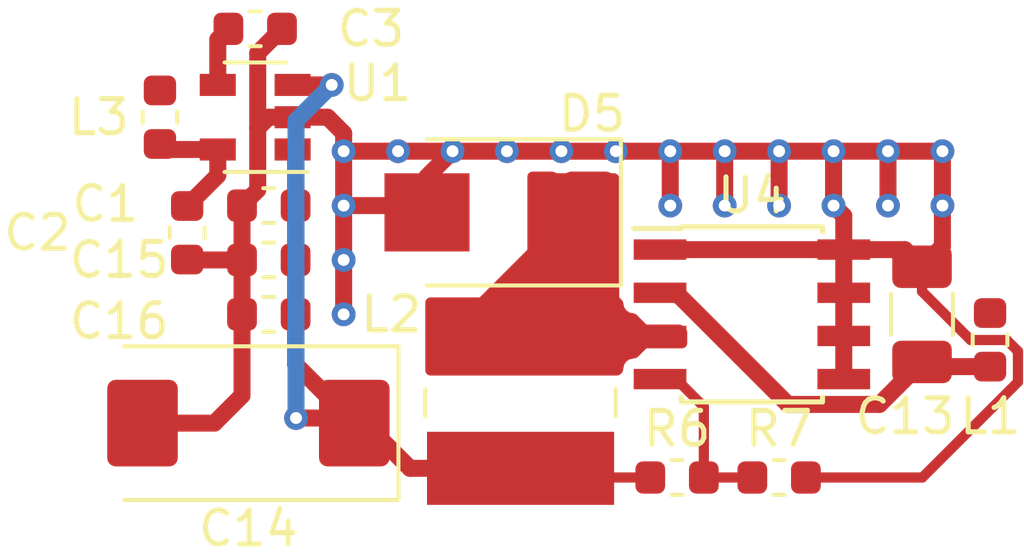
<source format=kicad_pcb>
(kicad_pcb (version 20171130) (host pcbnew 5.0.0+dfsg1-2~bpo9+1)

  (general
    (thickness 1.6)
    (drawings 0)
    (tracks 124)
    (zones 0)
    (modules 15)
    (nets 8)
  )

  (page A4)
  (layers
    (0 F.Cu signal)
    (31 B.Cu signal)
    (32 B.Adhes user)
    (33 F.Adhes user)
    (34 B.Paste user)
    (35 F.Paste user)
    (36 B.SilkS user)
    (37 F.SilkS user)
    (38 B.Mask user)
    (39 F.Mask user)
    (40 Dwgs.User user)
    (41 Cmts.User user)
    (42 Eco1.User user)
    (43 Eco2.User user)
    (44 Edge.Cuts user)
    (45 Margin user)
    (46 B.CrtYd user)
    (47 F.CrtYd user)
    (48 B.Fab user hide)
    (49 F.Fab user hide)
  )

  (setup
    (last_trace_width 0.5)
    (user_trace_width 0.3)
    (user_trace_width 0.5)
    (trace_clearance 0.195)
    (zone_clearance 0.3)
    (zone_45_only yes)
    (trace_min 0.2)
    (segment_width 0.2)
    (edge_width 0.1)
    (via_size 0.7)
    (via_drill 0.35)
    (via_min_size 0.4)
    (via_min_drill 0.3)
    (uvia_size 0.3)
    (uvia_drill 0.1)
    (uvias_allowed no)
    (uvia_min_size 0.2)
    (uvia_min_drill 0.1)
    (pcb_text_width 0.3)
    (pcb_text_size 1.5 1.5)
    (mod_edge_width 0.15)
    (mod_text_size 1 1)
    (mod_text_width 0.15)
    (pad_size 0.7 0.7)
    (pad_drill 0.35)
    (pad_to_mask_clearance 0)
    (aux_axis_origin 0 0)
    (visible_elements FFFFFF7F)
    (pcbplotparams
      (layerselection 0x00030_80000001)
      (usegerberextensions false)
      (usegerberattributes false)
      (usegerberadvancedattributes false)
      (creategerberjobfile false)
      (excludeedgelayer true)
      (linewidth 0.100000)
      (plotframeref false)
      (viasonmask false)
      (mode 1)
      (useauxorigin false)
      (hpglpennumber 1)
      (hpglpenspeed 20)
      (hpglpendiameter 15.000000)
      (psnegative false)
      (psa4output false)
      (plotreference true)
      (plotvalue true)
      (plotinvisibletext false)
      (padsonsilk false)
      (subtractmaskfromsilk false)
      (outputformat 1)
      (mirror false)
      (drillshape 1)
      (scaleselection 1)
      (outputdirectory ""))
  )

  (net 0 "")
  (net 1 /VIN_PROTECTED)
  (net 2 GND)
  (net 3 /5V_UNPROTECTED)
  (net 4 /SW)
  (net 5 /FB)
  (net 6 /5V5_UNPROTECTED)
  (net 7 "Net-(C3-Pad1)")

  (net_class Default "This is the default net class."
    (clearance 0.195)
    (trace_width 0.3)
    (via_dia 0.7)
    (via_drill 0.35)
    (uvia_dia 0.3)
    (uvia_drill 0.1)
    (add_net /5V5_UNPROTECTED)
    (add_net /FB)
    (add_net "Net-(C3-Pad1)")
  )

  (net_class Power ""
    (clearance 0.195)
    (trace_width 0.5)
    (via_dia 0.7)
    (via_drill 0.35)
    (uvia_dia 0.3)
    (uvia_drill 0.1)
    (add_net /5V_UNPROTECTED)
    (add_net /SW)
    (add_net /VIN_PROTECTED)
    (add_net GND)
  )

  (module Capacitor_SMD:C_1206_3216Metric (layer F.Cu) (tedit 5B301BBE) (tstamp 5BB352E3)
    (at 153 100 90)
    (descr "Capacitor SMD 1206 (3216 Metric), square (rectangular) end terminal, IPC_7351 nominal, (Body size source: http://www.tortai-tech.com/upload/download/2011102023233369053.pdf), generated with kicad-footprint-generator")
    (tags capacitor)
    (path /5BA11196)
    (attr smd)
    (fp_text reference C13 (at -3 -0.5 180) (layer F.SilkS)
      (effects (font (size 1 1) (thickness 0.15)))
    )
    (fp_text value "22uF, 35V" (at 0 1.82 90) (layer F.Fab)
      (effects (font (size 1 1) (thickness 0.15)))
    )
    (fp_line (start -1.6 0.8) (end -1.6 -0.8) (layer F.Fab) (width 0.1))
    (fp_line (start -1.6 -0.8) (end 1.6 -0.8) (layer F.Fab) (width 0.1))
    (fp_line (start 1.6 -0.8) (end 1.6 0.8) (layer F.Fab) (width 0.1))
    (fp_line (start 1.6 0.8) (end -1.6 0.8) (layer F.Fab) (width 0.1))
    (fp_line (start -0.602064 -0.91) (end 0.602064 -0.91) (layer F.SilkS) (width 0.12))
    (fp_line (start -0.602064 0.91) (end 0.602064 0.91) (layer F.SilkS) (width 0.12))
    (fp_line (start -2.28 1.12) (end -2.28 -1.12) (layer F.CrtYd) (width 0.05))
    (fp_line (start -2.28 -1.12) (end 2.28 -1.12) (layer F.CrtYd) (width 0.05))
    (fp_line (start 2.28 -1.12) (end 2.28 1.12) (layer F.CrtYd) (width 0.05))
    (fp_line (start 2.28 1.12) (end -2.28 1.12) (layer F.CrtYd) (width 0.05))
    (fp_text user %R (at 0 0 90) (layer F.Fab)
      (effects (font (size 0.8 0.8) (thickness 0.12)))
    )
    (pad 1 smd roundrect (at -1.4 0 90) (size 1.25 1.75) (layers F.Cu F.Paste F.Mask) (roundrect_rratio 0.2)
      (net 1 /VIN_PROTECTED))
    (pad 2 smd roundrect (at 1.4 0 90) (size 1.25 1.75) (layers F.Cu F.Paste F.Mask) (roundrect_rratio 0.2)
      (net 2 GND))
    (model ${KISYS3DMOD}/Capacitor_SMD.3dshapes/C_1206_3216Metric.wrl
      (at (xyz 0 0 0))
      (scale (xyz 1 1 1))
      (rotate (xyz 0 0 0))
    )
  )

  (module Capacitor_Tantalum_SMD:CP_EIA-7343-31_Kemet-D (layer F.Cu) (tedit 5B301BBE) (tstamp 5BB352F3)
    (at 133.2 103.2 180)
    (descr "Tantalum Capacitor SMD Kemet-D (7343-31 Metric), IPC_7351 nominal, (Body size from: http://www.kemet.com/Lists/ProductCatalog/Attachments/253/KEM_TC101_STD.pdf), generated with kicad-footprint-generator")
    (tags "capacitor tantalum")
    (path /5BA110CE)
    (attr smd)
    (fp_text reference C14 (at 0 -3.1 180) (layer F.SilkS)
      (effects (font (size 1 1) (thickness 0.15)))
    )
    (fp_text value "470u, 6.3V" (at 0 3.1 180) (layer F.Fab)
      (effects (font (size 1 1) (thickness 0.15)))
    )
    (fp_line (start 3.65 -2.15) (end -2.65 -2.15) (layer F.Fab) (width 0.1))
    (fp_line (start -2.65 -2.15) (end -3.65 -1.15) (layer F.Fab) (width 0.1))
    (fp_line (start -3.65 -1.15) (end -3.65 2.15) (layer F.Fab) (width 0.1))
    (fp_line (start -3.65 2.15) (end 3.65 2.15) (layer F.Fab) (width 0.1))
    (fp_line (start 3.65 2.15) (end 3.65 -2.15) (layer F.Fab) (width 0.1))
    (fp_line (start 3.65 -2.26) (end -4.41 -2.26) (layer F.SilkS) (width 0.12))
    (fp_line (start -4.41 -2.26) (end -4.41 2.26) (layer F.SilkS) (width 0.12))
    (fp_line (start -4.41 2.26) (end 3.65 2.26) (layer F.SilkS) (width 0.12))
    (fp_line (start -4.4 2.4) (end -4.4 -2.4) (layer F.CrtYd) (width 0.05))
    (fp_line (start -4.4 -2.4) (end 4.4 -2.4) (layer F.CrtYd) (width 0.05))
    (fp_line (start 4.4 -2.4) (end 4.4 2.4) (layer F.CrtYd) (width 0.05))
    (fp_line (start 4.4 2.4) (end -4.4 2.4) (layer F.CrtYd) (width 0.05))
    (fp_text user %R (at 0 0 180) (layer F.Fab)
      (effects (font (size 1 1) (thickness 0.15)))
    )
    (pad 1 smd roundrect (at -3.1125 0 180) (size 2.075 2.55) (layers F.Cu F.Paste F.Mask) (roundrect_rratio 0.120482)
      (net 6 /5V5_UNPROTECTED))
    (pad 2 smd roundrect (at 3.1125 0 180) (size 2.075 2.55) (layers F.Cu F.Paste F.Mask) (roundrect_rratio 0.120482)
      (net 2 GND))
    (model ${KISYS3DMOD}/Capacitor_Tantalum_SMD.3dshapes/CP_EIA-7343-31_Kemet-D.wrl
      (at (xyz 0 0 0))
      (scale (xyz 1 1 1))
      (rotate (xyz 0 0 0))
    )
  )

  (module Capacitor_SMD:C_0603_1608Metric (layer F.Cu) (tedit 5B301BBE) (tstamp 5BB3782F)
    (at 133.8 98.4 180)
    (descr "Capacitor SMD 0603 (1608 Metric), square (rectangular) end terminal, IPC_7351 nominal, (Body size source: http://www.tortai-tech.com/upload/download/2011102023233369053.pdf), generated with kicad-footprint-generator")
    (tags capacitor)
    (path /5BA11119)
    (attr smd)
    (fp_text reference C15 (at 4.4 0 180) (layer F.SilkS)
      (effects (font (size 1 1) (thickness 0.15)))
    )
    (fp_text value "4u7, 6.3V" (at 0 1.43 180) (layer F.Fab)
      (effects (font (size 1 1) (thickness 0.15)))
    )
    (fp_line (start -0.8 0.4) (end -0.8 -0.4) (layer F.Fab) (width 0.1))
    (fp_line (start -0.8 -0.4) (end 0.8 -0.4) (layer F.Fab) (width 0.1))
    (fp_line (start 0.8 -0.4) (end 0.8 0.4) (layer F.Fab) (width 0.1))
    (fp_line (start 0.8 0.4) (end -0.8 0.4) (layer F.Fab) (width 0.1))
    (fp_line (start -0.162779 -0.51) (end 0.162779 -0.51) (layer F.SilkS) (width 0.12))
    (fp_line (start -0.162779 0.51) (end 0.162779 0.51) (layer F.SilkS) (width 0.12))
    (fp_line (start -1.48 0.73) (end -1.48 -0.73) (layer F.CrtYd) (width 0.05))
    (fp_line (start -1.48 -0.73) (end 1.48 -0.73) (layer F.CrtYd) (width 0.05))
    (fp_line (start 1.48 -0.73) (end 1.48 0.73) (layer F.CrtYd) (width 0.05))
    (fp_line (start 1.48 0.73) (end -1.48 0.73) (layer F.CrtYd) (width 0.05))
    (fp_text user %R (at 0 0 180) (layer F.Fab)
      (effects (font (size 0.4 0.4) (thickness 0.06)))
    )
    (pad 1 smd roundrect (at -0.7875 0 180) (size 0.875 0.95) (layers F.Cu F.Paste F.Mask) (roundrect_rratio 0.25)
      (net 6 /5V5_UNPROTECTED))
    (pad 2 smd roundrect (at 0.7875 0 180) (size 0.875 0.95) (layers F.Cu F.Paste F.Mask) (roundrect_rratio 0.25)
      (net 2 GND))
    (model ${KISYS3DMOD}/Capacitor_SMD.3dshapes/C_0603_1608Metric.wrl
      (at (xyz 0 0 0))
      (scale (xyz 1 1 1))
      (rotate (xyz 0 0 0))
    )
  )

  (module Capacitor_SMD:C_0603_1608Metric (layer F.Cu) (tedit 5B301BBE) (tstamp 5BB35315)
    (at 133.8 100 180)
    (descr "Capacitor SMD 0603 (1608 Metric), square (rectangular) end terminal, IPC_7351 nominal, (Body size source: http://www.tortai-tech.com/upload/download/2011102023233369053.pdf), generated with kicad-footprint-generator")
    (tags capacitor)
    (path /5BA11162)
    (attr smd)
    (fp_text reference C16 (at 4.4 -0.2 180) (layer F.SilkS)
      (effects (font (size 1 1) (thickness 0.15)))
    )
    (fp_text value 100n (at 0 1.43 180) (layer F.Fab)
      (effects (font (size 1 1) (thickness 0.15)))
    )
    (fp_text user %R (at 0 0 180) (layer F.Fab)
      (effects (font (size 0.4 0.4) (thickness 0.06)))
    )
    (fp_line (start 1.48 0.73) (end -1.48 0.73) (layer F.CrtYd) (width 0.05))
    (fp_line (start 1.48 -0.73) (end 1.48 0.73) (layer F.CrtYd) (width 0.05))
    (fp_line (start -1.48 -0.73) (end 1.48 -0.73) (layer F.CrtYd) (width 0.05))
    (fp_line (start -1.48 0.73) (end -1.48 -0.73) (layer F.CrtYd) (width 0.05))
    (fp_line (start -0.162779 0.51) (end 0.162779 0.51) (layer F.SilkS) (width 0.12))
    (fp_line (start -0.162779 -0.51) (end 0.162779 -0.51) (layer F.SilkS) (width 0.12))
    (fp_line (start 0.8 0.4) (end -0.8 0.4) (layer F.Fab) (width 0.1))
    (fp_line (start 0.8 -0.4) (end 0.8 0.4) (layer F.Fab) (width 0.1))
    (fp_line (start -0.8 -0.4) (end 0.8 -0.4) (layer F.Fab) (width 0.1))
    (fp_line (start -0.8 0.4) (end -0.8 -0.4) (layer F.Fab) (width 0.1))
    (pad 2 smd roundrect (at 0.7875 0 180) (size 0.875 0.95) (layers F.Cu F.Paste F.Mask) (roundrect_rratio 0.25)
      (net 2 GND))
    (pad 1 smd roundrect (at -0.7875 0 180) (size 0.875 0.95) (layers F.Cu F.Paste F.Mask) (roundrect_rratio 0.25)
      (net 6 /5V5_UNPROTECTED))
    (model ${KISYS3DMOD}/Capacitor_SMD.3dshapes/C_0603_1608Metric.wrl
      (at (xyz 0 0 0))
      (scale (xyz 1 1 1))
      (rotate (xyz 0 0 0))
    )
  )

  (module Diode_SMD:D_SMB (layer F.Cu) (tedit 58645DF3) (tstamp 5BB35325)
    (at 140.6 97 180)
    (descr "Diode SMB (DO-214AA)")
    (tags "Diode SMB (DO-214AA)")
    (path /5BA10E06)
    (attr smd)
    (fp_text reference D5 (at -2.7 2.9 180) (layer F.SilkS)
      (effects (font (size 1 1) (thickness 0.15)))
    )
    (fp_text value "B260, 60V, 2A" (at 0 3.1 180) (layer F.Fab)
      (effects (font (size 1 1) (thickness 0.15)))
    )
    (fp_text user %R (at 0 -3 180) (layer F.Fab)
      (effects (font (size 1 1) (thickness 0.15)))
    )
    (fp_line (start -3.55 -2.15) (end -3.55 2.15) (layer F.SilkS) (width 0.12))
    (fp_line (start 2.3 2) (end -2.3 2) (layer F.Fab) (width 0.1))
    (fp_line (start -2.3 2) (end -2.3 -2) (layer F.Fab) (width 0.1))
    (fp_line (start 2.3 -2) (end 2.3 2) (layer F.Fab) (width 0.1))
    (fp_line (start 2.3 -2) (end -2.3 -2) (layer F.Fab) (width 0.1))
    (fp_line (start -3.65 -2.25) (end 3.65 -2.25) (layer F.CrtYd) (width 0.05))
    (fp_line (start 3.65 -2.25) (end 3.65 2.25) (layer F.CrtYd) (width 0.05))
    (fp_line (start 3.65 2.25) (end -3.65 2.25) (layer F.CrtYd) (width 0.05))
    (fp_line (start -3.65 2.25) (end -3.65 -2.25) (layer F.CrtYd) (width 0.05))
    (fp_line (start -0.64944 0.00102) (end -1.55114 0.00102) (layer F.Fab) (width 0.1))
    (fp_line (start 0.50118 0.00102) (end 1.4994 0.00102) (layer F.Fab) (width 0.1))
    (fp_line (start -0.64944 -0.79908) (end -0.64944 0.80112) (layer F.Fab) (width 0.1))
    (fp_line (start 0.50118 0.75032) (end 0.50118 -0.79908) (layer F.Fab) (width 0.1))
    (fp_line (start -0.64944 0.00102) (end 0.50118 0.75032) (layer F.Fab) (width 0.1))
    (fp_line (start -0.64944 0.00102) (end 0.50118 -0.79908) (layer F.Fab) (width 0.1))
    (fp_line (start -3.55 2.15) (end 2.15 2.15) (layer F.SilkS) (width 0.12))
    (fp_line (start -3.55 -2.15) (end 2.15 -2.15) (layer F.SilkS) (width 0.12))
    (pad 1 smd rect (at -2.15 0 180) (size 2.5 2.3) (layers F.Cu F.Paste F.Mask)
      (net 4 /SW))
    (pad 2 smd rect (at 2.15 0 180) (size 2.5 2.3) (layers F.Cu F.Paste F.Mask)
      (net 2 GND))
    (model ${KISYS3DMOD}/Diode_SMD.3dshapes/D_SMB.wrl
      (at (xyz 0 0 0))
      (scale (xyz 1 1 1))
      (rotate (xyz 0 0 0))
    )
  )

  (module Resistor_SMD:R_0603_1608Metric (layer F.Cu) (tedit 5B301BBD) (tstamp 5BB3533C)
    (at 155 100.75 90)
    (descr "Resistor SMD 0603 (1608 Metric), square (rectangular) end terminal, IPC_7351 nominal, (Body size source: http://www.tortai-tech.com/upload/download/2011102023233369053.pdf), generated with kicad-footprint-generator")
    (tags resistor)
    (path /5BA2521F)
    (attr smd)
    (fp_text reference L1 (at -2.25 0 180) (layer F.SilkS)
      (effects (font (size 1 1) (thickness 0.15)))
    )
    (fp_text value "500mA Fuse" (at 0 1.43 90) (layer F.Fab)
      (effects (font (size 1 1) (thickness 0.15)))
    )
    (fp_text user %R (at 0 0 90) (layer F.Fab)
      (effects (font (size 0.4 0.4) (thickness 0.06)))
    )
    (fp_line (start 1.48 0.73) (end -1.48 0.73) (layer F.CrtYd) (width 0.05))
    (fp_line (start 1.48 -0.73) (end 1.48 0.73) (layer F.CrtYd) (width 0.05))
    (fp_line (start -1.48 -0.73) (end 1.48 -0.73) (layer F.CrtYd) (width 0.05))
    (fp_line (start -1.48 0.73) (end -1.48 -0.73) (layer F.CrtYd) (width 0.05))
    (fp_line (start -0.162779 0.51) (end 0.162779 0.51) (layer F.SilkS) (width 0.12))
    (fp_line (start -0.162779 -0.51) (end 0.162779 -0.51) (layer F.SilkS) (width 0.12))
    (fp_line (start 0.8 0.4) (end -0.8 0.4) (layer F.Fab) (width 0.1))
    (fp_line (start 0.8 -0.4) (end 0.8 0.4) (layer F.Fab) (width 0.1))
    (fp_line (start -0.8 -0.4) (end 0.8 -0.4) (layer F.Fab) (width 0.1))
    (fp_line (start -0.8 0.4) (end -0.8 -0.4) (layer F.Fab) (width 0.1))
    (pad 2 smd roundrect (at 0.7875 0 90) (size 0.875 0.95) (layers F.Cu F.Paste F.Mask) (roundrect_rratio 0.25))
    (pad 1 smd roundrect (at -0.7875 0 90) (size 0.875 0.95) (layers F.Cu F.Paste F.Mask) (roundrect_rratio 0.25)
      (net 1 /VIN_PROTECTED))
    (model ${KISYS3DMOD}/Resistor_SMD.3dshapes/R_0603_1608Metric.wrl
      (at (xyz 0 0 0))
      (scale (xyz 1 1 1))
      (rotate (xyz 0 0 0))
    )
  )

  (module Inductor_SMD:L_Wuerth_WE-PD2-Typ-MS (layer F.Cu) (tedit 5990349D) (tstamp 5BB3534C)
    (at 141.2 102.6 270)
    (descr "Choke, Drossel, WE-PD2, Typ MS, Wuerth, SMD,")
    (tags "Choke Drossel WE-PD2 TypMS Wuerth SMD ")
    (path /5BA10FBE)
    (attr smd)
    (fp_text reference L2 (at -2.6 3.8) (layer F.SilkS)
      (effects (font (size 1 1) (thickness 0.15)))
    )
    (fp_text value "68uH, 560mA" (at 0 4 270) (layer F.Fab)
      (effects (font (size 1 1) (thickness 0.15)))
    )
    (fp_text user %R (at 0 0 270) (layer F.Fab)
      (effects (font (size 1 1) (thickness 0.15)))
    )
    (fp_line (start -2.2 -2.6) (end 2.2 -2.6) (layer F.Fab) (width 0.1))
    (fp_line (start 2.2 2.6) (end -2.2 2.6) (layer F.Fab) (width 0.1))
    (fp_line (start 3.25 -3) (end 3.25 3) (layer F.CrtYd) (width 0.05))
    (fp_line (start 3.25 3) (end -3.25 3) (layer F.CrtYd) (width 0.05))
    (fp_line (start -3.25 3) (end -3.25 -3) (layer F.CrtYd) (width 0.05))
    (fp_line (start -3.25 -3) (end 3.25 -3) (layer F.CrtYd) (width 0.05))
    (fp_line (start -0.4 2.8) (end 0.4 2.8) (layer F.SilkS) (width 0.12))
    (fp_line (start -0.4 -2.8) (end 0.4 -2.8) (layer F.SilkS) (width 0.12))
    (fp_arc (start -2.9 0) (end 2.3 -2.5) (angle 52) (layer F.Fab) (width 0.1))
    (fp_arc (start 2.9 0) (end -2.3 2.5) (angle 52) (layer F.Fab) (width 0.1))
    (pad 1 smd rect (at -1.93 0 270) (size 2.15 5.5) (layers F.Cu F.Paste F.Mask)
      (net 4 /SW))
    (pad 2 smd rect (at 1.93 0 270) (size 2.15 5.5) (layers F.Cu F.Paste F.Mask)
      (net 6 /5V5_UNPROTECTED))
    (model ${KISYS3DMOD}/Inductor_SMD.3dshapes/L_Wuerth_WE-PD2-Typ-MS.wrl
      (at (xyz 0 0 0))
      (scale (xyz 1 1 1))
      (rotate (xyz 0 0 0))
    )
  )

  (module Resistor_SMD:R_0603_1608Metric (layer F.Cu) (tedit 5B301BBD) (tstamp 5BB3535C)
    (at 130.6 94.2 270)
    (descr "Resistor SMD 0603 (1608 Metric), square (rectangular) end terminal, IPC_7351 nominal, (Body size source: http://www.tortai-tech.com/upload/download/2011102023233369053.pdf), generated with kicad-footprint-generator")
    (tags resistor)
    (path /5BA24C16)
    (attr smd)
    (fp_text reference L3 (at 0 1.8) (layer F.SilkS)
      (effects (font (size 1 1) (thickness 0.15)))
    )
    (fp_text value "500mA Fuse" (at 0 1.43 270) (layer F.Fab)
      (effects (font (size 1 1) (thickness 0.15)))
    )
    (fp_line (start -0.8 0.4) (end -0.8 -0.4) (layer F.Fab) (width 0.1))
    (fp_line (start -0.8 -0.4) (end 0.8 -0.4) (layer F.Fab) (width 0.1))
    (fp_line (start 0.8 -0.4) (end 0.8 0.4) (layer F.Fab) (width 0.1))
    (fp_line (start 0.8 0.4) (end -0.8 0.4) (layer F.Fab) (width 0.1))
    (fp_line (start -0.162779 -0.51) (end 0.162779 -0.51) (layer F.SilkS) (width 0.12))
    (fp_line (start -0.162779 0.51) (end 0.162779 0.51) (layer F.SilkS) (width 0.12))
    (fp_line (start -1.48 0.73) (end -1.48 -0.73) (layer F.CrtYd) (width 0.05))
    (fp_line (start -1.48 -0.73) (end 1.48 -0.73) (layer F.CrtYd) (width 0.05))
    (fp_line (start 1.48 -0.73) (end 1.48 0.73) (layer F.CrtYd) (width 0.05))
    (fp_line (start 1.48 0.73) (end -1.48 0.73) (layer F.CrtYd) (width 0.05))
    (fp_text user %R (at 0 0 270) (layer F.Fab)
      (effects (font (size 0.4 0.4) (thickness 0.06)))
    )
    (pad 1 smd roundrect (at -0.7875 0 270) (size 0.875 0.95) (layers F.Cu F.Paste F.Mask) (roundrect_rratio 0.25))
    (pad 2 smd roundrect (at 0.7875 0 270) (size 0.875 0.95) (layers F.Cu F.Paste F.Mask) (roundrect_rratio 0.25)
      (net 3 /5V_UNPROTECTED))
    (model ${KISYS3DMOD}/Resistor_SMD.3dshapes/R_0603_1608Metric.wrl
      (at (xyz 0 0 0))
      (scale (xyz 1 1 1))
      (rotate (xyz 0 0 0))
    )
  )

  (module Resistor_SMD:R_0603_1608Metric (layer F.Cu) (tedit 5B301BBD) (tstamp 5BB3536C)
    (at 145.8 104.8)
    (descr "Resistor SMD 0603 (1608 Metric), square (rectangular) end terminal, IPC_7351 nominal, (Body size source: http://www.tortai-tech.com/upload/download/2011102023233369053.pdf), generated with kicad-footprint-generator")
    (tags resistor)
    (path /5BA11005)
    (attr smd)
    (fp_text reference R6 (at 0 -1.43) (layer F.SilkS)
      (effects (font (size 1 1) (thickness 0.15)))
    )
    (fp_text value 15k (at 0 1.43) (layer F.Fab)
      (effects (font (size 1 1) (thickness 0.15)))
    )
    (fp_line (start -0.8 0.4) (end -0.8 -0.4) (layer F.Fab) (width 0.1))
    (fp_line (start -0.8 -0.4) (end 0.8 -0.4) (layer F.Fab) (width 0.1))
    (fp_line (start 0.8 -0.4) (end 0.8 0.4) (layer F.Fab) (width 0.1))
    (fp_line (start 0.8 0.4) (end -0.8 0.4) (layer F.Fab) (width 0.1))
    (fp_line (start -0.162779 -0.51) (end 0.162779 -0.51) (layer F.SilkS) (width 0.12))
    (fp_line (start -0.162779 0.51) (end 0.162779 0.51) (layer F.SilkS) (width 0.12))
    (fp_line (start -1.48 0.73) (end -1.48 -0.73) (layer F.CrtYd) (width 0.05))
    (fp_line (start -1.48 -0.73) (end 1.48 -0.73) (layer F.CrtYd) (width 0.05))
    (fp_line (start 1.48 -0.73) (end 1.48 0.73) (layer F.CrtYd) (width 0.05))
    (fp_line (start 1.48 0.73) (end -1.48 0.73) (layer F.CrtYd) (width 0.05))
    (fp_text user %R (at 0 0) (layer F.Fab)
      (effects (font (size 0.4 0.4) (thickness 0.06)))
    )
    (pad 1 smd roundrect (at -0.7875 0) (size 0.875 0.95) (layers F.Cu F.Paste F.Mask) (roundrect_rratio 0.25)
      (net 6 /5V5_UNPROTECTED))
    (pad 2 smd roundrect (at 0.7875 0) (size 0.875 0.95) (layers F.Cu F.Paste F.Mask) (roundrect_rratio 0.25)
      (net 5 /FB))
    (model ${KISYS3DMOD}/Resistor_SMD.3dshapes/R_0603_1608Metric.wrl
      (at (xyz 0 0 0))
      (scale (xyz 1 1 1))
      (rotate (xyz 0 0 0))
    )
  )

  (module Resistor_SMD:R_0603_1608Metric (layer F.Cu) (tedit 5B301BBD) (tstamp 5BB3537C)
    (at 148.8 104.8)
    (descr "Resistor SMD 0603 (1608 Metric), square (rectangular) end terminal, IPC_7351 nominal, (Body size source: http://www.tortai-tech.com/upload/download/2011102023233369053.pdf), generated with kicad-footprint-generator")
    (tags resistor)
    (path /5BA1109C)
    (attr smd)
    (fp_text reference R7 (at 0 -1.43) (layer F.SilkS)
      (effects (font (size 1 1) (thickness 0.15)))
    )
    (fp_text value 4k32 (at 0 1.43) (layer F.Fab)
      (effects (font (size 1 1) (thickness 0.15)))
    )
    (fp_text user %R (at 0 0) (layer F.Fab)
      (effects (font (size 0.4 0.4) (thickness 0.06)))
    )
    (fp_line (start 1.48 0.73) (end -1.48 0.73) (layer F.CrtYd) (width 0.05))
    (fp_line (start 1.48 -0.73) (end 1.48 0.73) (layer F.CrtYd) (width 0.05))
    (fp_line (start -1.48 -0.73) (end 1.48 -0.73) (layer F.CrtYd) (width 0.05))
    (fp_line (start -1.48 0.73) (end -1.48 -0.73) (layer F.CrtYd) (width 0.05))
    (fp_line (start -0.162779 0.51) (end 0.162779 0.51) (layer F.SilkS) (width 0.12))
    (fp_line (start -0.162779 -0.51) (end 0.162779 -0.51) (layer F.SilkS) (width 0.12))
    (fp_line (start 0.8 0.4) (end -0.8 0.4) (layer F.Fab) (width 0.1))
    (fp_line (start 0.8 -0.4) (end 0.8 0.4) (layer F.Fab) (width 0.1))
    (fp_line (start -0.8 -0.4) (end 0.8 -0.4) (layer F.Fab) (width 0.1))
    (fp_line (start -0.8 0.4) (end -0.8 -0.4) (layer F.Fab) (width 0.1))
    (pad 2 smd roundrect (at 0.7875 0) (size 0.875 0.95) (layers F.Cu F.Paste F.Mask) (roundrect_rratio 0.25)
      (net 2 GND))
    (pad 1 smd roundrect (at -0.7875 0) (size 0.875 0.95) (layers F.Cu F.Paste F.Mask) (roundrect_rratio 0.25)
      (net 5 /FB))
    (model ${KISYS3DMOD}/Resistor_SMD.3dshapes/R_0603_1608Metric.wrl
      (at (xyz 0 0 0))
      (scale (xyz 1 1 1))
      (rotate (xyz 0 0 0))
    )
  )

  (module Package_SO:SOIC-8_3.9x4.9mm_P1.27mm (layer F.Cu) (tedit 5A02F2D3) (tstamp 5BB3538C)
    (at 148 100)
    (descr "8-Lead Plastic Small Outline (SN) - Narrow, 3.90 mm Body [SOIC] (see Microchip Packaging Specification 00000049BS.pdf)")
    (tags "SOIC 1.27")
    (path /5BA10D91)
    (attr smd)
    (fp_text reference U4 (at 0 -3.5) (layer F.SilkS)
      (effects (font (size 1 1) (thickness 0.15)))
    )
    (fp_text value MIC4680YM (at 0 3.5) (layer F.Fab)
      (effects (font (size 1 1) (thickness 0.15)))
    )
    (fp_text user %R (at 0 0) (layer F.Fab)
      (effects (font (size 1 1) (thickness 0.15)))
    )
    (fp_line (start -0.95 -2.45) (end 1.95 -2.45) (layer F.Fab) (width 0.1))
    (fp_line (start 1.95 -2.45) (end 1.95 2.45) (layer F.Fab) (width 0.1))
    (fp_line (start 1.95 2.45) (end -1.95 2.45) (layer F.Fab) (width 0.1))
    (fp_line (start -1.95 2.45) (end -1.95 -1.45) (layer F.Fab) (width 0.1))
    (fp_line (start -1.95 -1.45) (end -0.95 -2.45) (layer F.Fab) (width 0.1))
    (fp_line (start -3.73 -2.7) (end -3.73 2.7) (layer F.CrtYd) (width 0.05))
    (fp_line (start 3.73 -2.7) (end 3.73 2.7) (layer F.CrtYd) (width 0.05))
    (fp_line (start -3.73 -2.7) (end 3.73 -2.7) (layer F.CrtYd) (width 0.05))
    (fp_line (start -3.73 2.7) (end 3.73 2.7) (layer F.CrtYd) (width 0.05))
    (fp_line (start -2.075 -2.575) (end -2.075 -2.525) (layer F.SilkS) (width 0.15))
    (fp_line (start 2.075 -2.575) (end 2.075 -2.43) (layer F.SilkS) (width 0.15))
    (fp_line (start 2.075 2.575) (end 2.075 2.43) (layer F.SilkS) (width 0.15))
    (fp_line (start -2.075 2.575) (end -2.075 2.43) (layer F.SilkS) (width 0.15))
    (fp_line (start -2.075 -2.575) (end 2.075 -2.575) (layer F.SilkS) (width 0.15))
    (fp_line (start -2.075 2.575) (end 2.075 2.575) (layer F.SilkS) (width 0.15))
    (fp_line (start -2.075 -2.525) (end -3.475 -2.525) (layer F.SilkS) (width 0.15))
    (pad 1 smd rect (at -2.7 -1.905) (size 1.55 0.6) (layers F.Cu F.Paste F.Mask)
      (net 2 GND))
    (pad 2 smd rect (at -2.7 -0.635) (size 1.55 0.6) (layers F.Cu F.Paste F.Mask)
      (net 1 /VIN_PROTECTED))
    (pad 3 smd rect (at -2.7 0.635) (size 1.55 0.6) (layers F.Cu F.Paste F.Mask)
      (net 4 /SW))
    (pad 4 smd rect (at -2.7 1.905) (size 1.55 0.6) (layers F.Cu F.Paste F.Mask)
      (net 5 /FB))
    (pad 5 smd rect (at 2.7 1.905) (size 1.55 0.6) (layers F.Cu F.Paste F.Mask)
      (net 2 GND))
    (pad 6 smd rect (at 2.7 0.635) (size 1.55 0.6) (layers F.Cu F.Paste F.Mask)
      (net 2 GND))
    (pad 7 smd rect (at 2.7 -0.635) (size 1.55 0.6) (layers F.Cu F.Paste F.Mask)
      (net 2 GND))
    (pad 8 smd rect (at 2.7 -1.905) (size 1.55 0.6) (layers F.Cu F.Paste F.Mask)
      (net 2 GND))
    (model ${KISYS3DMOD}/Package_SO.3dshapes/SOIC-8_3.9x4.9mm_P1.27mm.wrl
      (at (xyz 0 0 0))
      (scale (xyz 1 1 1))
      (rotate (xyz 0 0 0))
    )
  )

  (module Capacitor_SMD:C_0603_1608Metric (layer F.Cu) (tedit 5B301BBE) (tstamp 5BB35DB2)
    (at 133.8 96.8 180)
    (descr "Capacitor SMD 0603 (1608 Metric), square (rectangular) end terminal, IPC_7351 nominal, (Body size source: http://www.tortai-tech.com/upload/download/2011102023233369053.pdf), generated with kicad-footprint-generator")
    (tags capacitor)
    (path /5BB58D1F)
    (attr smd)
    (fp_text reference C1 (at 4.8 0.05 180) (layer F.SilkS)
      (effects (font (size 1 1) (thickness 0.15)))
    )
    (fp_text value 1u (at 0 1.43 180) (layer F.Fab)
      (effects (font (size 1 1) (thickness 0.15)))
    )
    (fp_line (start -0.8 0.4) (end -0.8 -0.4) (layer F.Fab) (width 0.1))
    (fp_line (start -0.8 -0.4) (end 0.8 -0.4) (layer F.Fab) (width 0.1))
    (fp_line (start 0.8 -0.4) (end 0.8 0.4) (layer F.Fab) (width 0.1))
    (fp_line (start 0.8 0.4) (end -0.8 0.4) (layer F.Fab) (width 0.1))
    (fp_line (start -0.162779 -0.51) (end 0.162779 -0.51) (layer F.SilkS) (width 0.12))
    (fp_line (start -0.162779 0.51) (end 0.162779 0.51) (layer F.SilkS) (width 0.12))
    (fp_line (start -1.48 0.73) (end -1.48 -0.73) (layer F.CrtYd) (width 0.05))
    (fp_line (start -1.48 -0.73) (end 1.48 -0.73) (layer F.CrtYd) (width 0.05))
    (fp_line (start 1.48 -0.73) (end 1.48 0.73) (layer F.CrtYd) (width 0.05))
    (fp_line (start 1.48 0.73) (end -1.48 0.73) (layer F.CrtYd) (width 0.05))
    (fp_text user %R (at 0 0 180) (layer F.Fab)
      (effects (font (size 0.4 0.4) (thickness 0.06)))
    )
    (pad 1 smd roundrect (at -0.7875 0 180) (size 0.875 0.95) (layers F.Cu F.Paste F.Mask) (roundrect_rratio 0.25)
      (net 6 /5V5_UNPROTECTED))
    (pad 2 smd roundrect (at 0.7875 0 180) (size 0.875 0.95) (layers F.Cu F.Paste F.Mask) (roundrect_rratio 0.25)
      (net 2 GND))
    (model ${KISYS3DMOD}/Capacitor_SMD.3dshapes/C_0603_1608Metric.wrl
      (at (xyz 0 0 0))
      (scale (xyz 1 1 1))
      (rotate (xyz 0 0 0))
    )
  )

  (module Capacitor_SMD:C_0603_1608Metric (layer F.Cu) (tedit 5B301BBE) (tstamp 5BB36DA2)
    (at 131.4 97.6 270)
    (descr "Capacitor SMD 0603 (1608 Metric), square (rectangular) end terminal, IPC_7351 nominal, (Body size source: http://www.tortai-tech.com/upload/download/2011102023233369053.pdf), generated with kicad-footprint-generator")
    (tags capacitor)
    (path /5BB58EA2)
    (attr smd)
    (fp_text reference C2 (at 0 4.4) (layer F.SilkS)
      (effects (font (size 1 1) (thickness 0.15)))
    )
    (fp_text value 1u (at 0 1.43 270) (layer F.Fab)
      (effects (font (size 1 1) (thickness 0.15)))
    )
    (fp_text user %R (at 0 0 270) (layer F.Fab)
      (effects (font (size 0.4 0.4) (thickness 0.06)))
    )
    (fp_line (start 1.48 0.73) (end -1.48 0.73) (layer F.CrtYd) (width 0.05))
    (fp_line (start 1.48 -0.73) (end 1.48 0.73) (layer F.CrtYd) (width 0.05))
    (fp_line (start -1.48 -0.73) (end 1.48 -0.73) (layer F.CrtYd) (width 0.05))
    (fp_line (start -1.48 0.73) (end -1.48 -0.73) (layer F.CrtYd) (width 0.05))
    (fp_line (start -0.162779 0.51) (end 0.162779 0.51) (layer F.SilkS) (width 0.12))
    (fp_line (start -0.162779 -0.51) (end 0.162779 -0.51) (layer F.SilkS) (width 0.12))
    (fp_line (start 0.8 0.4) (end -0.8 0.4) (layer F.Fab) (width 0.1))
    (fp_line (start 0.8 -0.4) (end 0.8 0.4) (layer F.Fab) (width 0.1))
    (fp_line (start -0.8 -0.4) (end 0.8 -0.4) (layer F.Fab) (width 0.1))
    (fp_line (start -0.8 0.4) (end -0.8 -0.4) (layer F.Fab) (width 0.1))
    (pad 2 smd roundrect (at 0.7875 0 270) (size 0.875 0.95) (layers F.Cu F.Paste F.Mask) (roundrect_rratio 0.25)
      (net 2 GND))
    (pad 1 smd roundrect (at -0.7875 0 270) (size 0.875 0.95) (layers F.Cu F.Paste F.Mask) (roundrect_rratio 0.25)
      (net 3 /5V_UNPROTECTED))
    (model ${KISYS3DMOD}/Capacitor_SMD.3dshapes/C_0603_1608Metric.wrl
      (at (xyz 0 0 0))
      (scale (xyz 1 1 1))
      (rotate (xyz 0 0 0))
    )
  )

  (module Capacitor_SMD:C_0603_1608Metric (layer F.Cu) (tedit 5B301BBE) (tstamp 5BB35DD4)
    (at 133.4 91.6)
    (descr "Capacitor SMD 0603 (1608 Metric), square (rectangular) end terminal, IPC_7351 nominal, (Body size source: http://www.tortai-tech.com/upload/download/2011102023233369053.pdf), generated with kicad-footprint-generator")
    (tags capacitor)
    (path /5BB58F5F)
    (attr smd)
    (fp_text reference C3 (at 3.4 0) (layer F.SilkS)
      (effects (font (size 1 1) (thickness 0.15)))
    )
    (fp_text value 10n (at 0 1.43) (layer F.Fab)
      (effects (font (size 1 1) (thickness 0.15)))
    )
    (fp_line (start -0.8 0.4) (end -0.8 -0.4) (layer F.Fab) (width 0.1))
    (fp_line (start -0.8 -0.4) (end 0.8 -0.4) (layer F.Fab) (width 0.1))
    (fp_line (start 0.8 -0.4) (end 0.8 0.4) (layer F.Fab) (width 0.1))
    (fp_line (start 0.8 0.4) (end -0.8 0.4) (layer F.Fab) (width 0.1))
    (fp_line (start -0.162779 -0.51) (end 0.162779 -0.51) (layer F.SilkS) (width 0.12))
    (fp_line (start -0.162779 0.51) (end 0.162779 0.51) (layer F.SilkS) (width 0.12))
    (fp_line (start -1.48 0.73) (end -1.48 -0.73) (layer F.CrtYd) (width 0.05))
    (fp_line (start -1.48 -0.73) (end 1.48 -0.73) (layer F.CrtYd) (width 0.05))
    (fp_line (start 1.48 -0.73) (end 1.48 0.73) (layer F.CrtYd) (width 0.05))
    (fp_line (start 1.48 0.73) (end -1.48 0.73) (layer F.CrtYd) (width 0.05))
    (fp_text user %R (at 0 0) (layer F.Fab)
      (effects (font (size 0.4 0.4) (thickness 0.06)))
    )
    (pad 1 smd roundrect (at -0.7875 0) (size 0.875 0.95) (layers F.Cu F.Paste F.Mask) (roundrect_rratio 0.25)
      (net 7 "Net-(C3-Pad1)"))
    (pad 2 smd roundrect (at 0.7875 0) (size 0.875 0.95) (layers F.Cu F.Paste F.Mask) (roundrect_rratio 0.25)
      (net 2 GND))
    (model ${KISYS3DMOD}/Capacitor_SMD.3dshapes/C_0603_1608Metric.wrl
      (at (xyz 0 0 0))
      (scale (xyz 1 1 1))
      (rotate (xyz 0 0 0))
    )
  )

  (module Package_TO_SOT_SMD:SOT-23-5 (layer F.Cu) (tedit 5A02FF57) (tstamp 5BB36D28)
    (at 133.4 94.2 180)
    (descr "5-pin SOT23 package")
    (tags SOT-23-5)
    (path /5BB6CA80)
    (attr smd)
    (fp_text reference U1 (at -3.6 1 180) (layer F.SilkS)
      (effects (font (size 1 1) (thickness 0.15)))
    )
    (fp_text value LP3985IM5-5.0_NOPB (at 0 2.9 180) (layer F.Fab)
      (effects (font (size 1 1) (thickness 0.15)))
    )
    (fp_text user %R (at 0 0 270) (layer F.Fab)
      (effects (font (size 0.5 0.5) (thickness 0.075)))
    )
    (fp_line (start -0.9 1.61) (end 0.9 1.61) (layer F.SilkS) (width 0.12))
    (fp_line (start 0.9 -1.61) (end -1.55 -1.61) (layer F.SilkS) (width 0.12))
    (fp_line (start -1.9 -1.8) (end 1.9 -1.8) (layer F.CrtYd) (width 0.05))
    (fp_line (start 1.9 -1.8) (end 1.9 1.8) (layer F.CrtYd) (width 0.05))
    (fp_line (start 1.9 1.8) (end -1.9 1.8) (layer F.CrtYd) (width 0.05))
    (fp_line (start -1.9 1.8) (end -1.9 -1.8) (layer F.CrtYd) (width 0.05))
    (fp_line (start -0.9 -0.9) (end -0.25 -1.55) (layer F.Fab) (width 0.1))
    (fp_line (start 0.9 -1.55) (end -0.25 -1.55) (layer F.Fab) (width 0.1))
    (fp_line (start -0.9 -0.9) (end -0.9 1.55) (layer F.Fab) (width 0.1))
    (fp_line (start 0.9 1.55) (end -0.9 1.55) (layer F.Fab) (width 0.1))
    (fp_line (start 0.9 -1.55) (end 0.9 1.55) (layer F.Fab) (width 0.1))
    (pad 1 smd rect (at -1.1 -0.95 180) (size 1.06 0.65) (layers F.Cu F.Paste F.Mask)
      (net 6 /5V5_UNPROTECTED))
    (pad 2 smd rect (at -1.1 0 180) (size 1.06 0.65) (layers F.Cu F.Paste F.Mask)
      (net 2 GND))
    (pad 3 smd rect (at -1.1 0.95 180) (size 1.06 0.65) (layers F.Cu F.Paste F.Mask)
      (net 6 /5V5_UNPROTECTED))
    (pad 4 smd rect (at 1.1 0.95 180) (size 1.06 0.65) (layers F.Cu F.Paste F.Mask)
      (net 7 "Net-(C3-Pad1)"))
    (pad 5 smd rect (at 1.1 -0.95 180) (size 1.06 0.65) (layers F.Cu F.Paste F.Mask)
      (net 3 /5V_UNPROTECTED))
    (model ${KISYS3DMOD}/Package_TO_SOT_SMD.3dshapes/SOT-23-5.wrl
      (at (xyz 0 0 0))
      (scale (xyz 1 1 1))
      (rotate (xyz 0 0 0))
    )
  )

  (segment (start 151.749999 102.650001) (end 152.30429 102.09571) (width 0.5) (layer F.Cu) (net 1))
  (segment (start 152.30429 102.09571) (end 153 101.4) (width 0.5) (layer F.Cu) (net 1))
  (segment (start 149.060001 102.650001) (end 151.749999 102.650001) (width 0.5) (layer F.Cu) (net 1))
  (segment (start 145.775 99.365) (end 149.060001 102.650001) (width 0.5) (layer F.Cu) (net 1))
  (segment (start 145.3 99.365) (end 145.775 99.365) (width 0.5) (layer F.Cu) (net 1))
  (segment (start 153.1375 101.5375) (end 153 101.4) (width 0.5) (layer F.Cu) (net 1))
  (segment (start 155 101.5375) (end 153.1375 101.5375) (width 0.5) (layer F.Cu) (net 1))
  (segment (start 145.6 96.8) (end 145.6 95.2) (width 0.5) (layer F.Cu) (net 2))
  (segment (start 147.2 96.8) (end 147.2 95.2) (width 0.5) (layer F.Cu) (net 2))
  (segment (start 148.8 96.8) (end 148.8 95.2) (width 0.5) (layer F.Cu) (net 2))
  (segment (start 150.7 98.095) (end 150.7 97.1) (width 0.5) (layer F.Cu) (net 2))
  (segment (start 150.7 97.1) (end 150.4 96.8) (width 0.5) (layer F.Cu) (net 2))
  (segment (start 150.4 96.8) (end 150.4 95.2) (width 0.5) (layer F.Cu) (net 2))
  (segment (start 152 96.8) (end 152 95.2) (width 0.5) (layer F.Cu) (net 2))
  (segment (start 153.6 95.2) (end 153.6 96.8) (width 0.5) (layer F.Cu) (net 2))
  (segment (start 152 95.2) (end 153.6 95.2) (width 0.5) (layer F.Cu) (net 2))
  (segment (start 150.4 95.2) (end 152 95.2) (width 0.5) (layer F.Cu) (net 2))
  (segment (start 148.8 95.2) (end 150.4 95.2) (width 0.5) (layer F.Cu) (net 2))
  (segment (start 147.2 95.2) (end 148.8 95.2) (width 0.5) (layer F.Cu) (net 2))
  (segment (start 145.6 95.2) (end 147.2 95.2) (width 0.5) (layer F.Cu) (net 2))
  (segment (start 144 95.2) (end 145.6 95.2) (width 0.5) (layer F.Cu) (net 2))
  (segment (start 142.4 95.2) (end 144 95.2) (width 0.5) (layer F.Cu) (net 2))
  (segment (start 140.8 95.2) (end 142.4 95.2) (width 0.5) (layer F.Cu) (net 2))
  (segment (start 138.45 97) (end 138.45 95.95) (width 0.5) (layer F.Cu) (net 2))
  (segment (start 138.45 95.95) (end 139.2 95.2) (width 0.5) (layer F.Cu) (net 2))
  (segment (start 139.2 95.2) (end 140.8 95.2) (width 0.5) (layer F.Cu) (net 2))
  (segment (start 137.6 95.2) (end 139.2 95.2) (width 0.5) (layer F.Cu) (net 2))
  (segment (start 136 95.2) (end 136 95.2) (width 0.5) (layer F.Cu) (net 2))
  (segment (start 136 96.8) (end 138.25 96.8) (width 0.5) (layer F.Cu) (net 2))
  (segment (start 138.25 96.8) (end 138.45 97) (width 0.5) (layer F.Cu) (net 2))
  (segment (start 136 100) (end 136 98.4) (width 0.5) (layer F.Cu) (net 2))
  (segment (start 136 96.8) (end 136 98.4) (width 0.5) (layer F.Cu) (net 2))
  (segment (start 136 95.2) (end 136 96.8) (width 0.5) (layer F.Cu) (net 2))
  (segment (start 138.55 97) (end 138.45 97) (width 0.5) (layer F.Cu) (net 2))
  (segment (start 138.45 97) (end 137.549999 96.099999) (width 0.5) (layer F.Cu) (net 2))
  (segment (start 145.3 98.095) (end 150.7 98.095) (width 0.5) (layer F.Cu) (net 2))
  (segment (start 150.7 99.365) (end 150.7 98.095) (width 0.5) (layer F.Cu) (net 2))
  (segment (start 150.7 100.635) (end 150.7 99.365) (width 0.5) (layer F.Cu) (net 2))
  (segment (start 150.7 101.905) (end 150.7 100.635) (width 0.5) (layer F.Cu) (net 2))
  (segment (start 136 95.2) (end 137.6 95.2) (width 0.5) (layer F.Cu) (net 2) (tstamp 5BB355B3))
  (via (at 136 96.8) (size 0.7) (drill 0.35) (layers F.Cu B.Cu) (net 2) (tstamp 5BB355B5))
  (via (at 136 98.4) (size 0.7) (drill 0.35) (layers F.Cu B.Cu) (net 2) (tstamp 5BB355B6))
  (via (at 136 100) (size 0.7) (drill 0.35) (layers F.Cu B.Cu) (net 2) (tstamp 5BB355B7))
  (via (at 137.6 95.2) (size 0.7) (drill 0.35) (layers F.Cu B.Cu) (net 2) (tstamp 5BB355B8))
  (via (at 139.2 95.2) (size 0.7) (drill 0.35) (layers F.Cu B.Cu) (net 2) (tstamp 5BB355B9))
  (via (at 140.8 95.2) (size 0.7) (drill 0.35) (layers F.Cu B.Cu) (net 2) (tstamp 5BB355BA))
  (via (at 142.4 95.2) (size 0.7) (drill 0.35) (layers F.Cu B.Cu) (net 2) (tstamp 5BB355BB))
  (via (at 144 95.2) (size 0.7) (drill 0.35) (layers F.Cu B.Cu) (net 2) (tstamp 5BB355BC))
  (via (at 145.6 95.2) (size 0.7) (drill 0.35) (layers F.Cu B.Cu) (net 2) (tstamp 5BB355BD))
  (via (at 147.2 95.2) (size 0.7) (drill 0.35) (layers F.Cu B.Cu) (net 2) (tstamp 5BB355BF))
  (via (at 148.8 95.2) (size 0.7) (drill 0.35) (layers F.Cu B.Cu) (net 2) (tstamp 5BB355C0))
  (via (at 150.4 95.2) (size 0.7) (drill 0.35) (layers F.Cu B.Cu) (net 2) (tstamp 5BB355C1))
  (via (at 152 95.2) (size 0.7) (drill 0.35) (layers F.Cu B.Cu) (net 2) (tstamp 5BB355C2))
  (via (at 153.6 95.2) (size 0.7) (drill 0.35) (layers F.Cu B.Cu) (net 2) (tstamp 5BB355C3))
  (via (at 145.6 96.8) (size 0.7) (drill 0.35) (layers F.Cu B.Cu) (net 2) (tstamp 5BB355C4))
  (via (at 147.2 96.8) (size 0.7) (drill 0.35) (layers F.Cu B.Cu) (net 2) (tstamp 5BB355C5))
  (via (at 148.8 96.8) (size 0.7) (drill 0.35) (layers F.Cu B.Cu) (net 2) (tstamp 5BB355C6))
  (via (at 150.4 96.8) (size 0.7) (drill 0.35) (layers F.Cu B.Cu) (net 2) (tstamp 5BB355C7))
  (via (at 152 96.8) (size 0.7) (drill 0.35) (layers F.Cu B.Cu) (net 2) (tstamp 5BB355C8))
  (via (at 153.6 96.8) (size 0.7) (drill 0.35) (layers F.Cu B.Cu) (net 2) (tstamp 5BB355C9))
  (segment (start 136 95.2) (end 136 95.2) (width 0.5) (layer F.Cu) (net 2) (tstamp 5BB35D71))
  (via (at 136 95.2) (size 0.7) (drill 0.35) (layers F.Cu B.Cu) (net 2))
  (segment (start 133.793998 94.2) (end 134.5 94.2) (width 0.5) (layer F.Cu) (net 2))
  (segment (start 133.474112 94.519886) (end 133.793998 94.2) (width 0.5) (layer F.Cu) (net 2))
  (segment (start 133.474112 96.338388) (end 133.474112 94.519886) (width 0.5) (layer F.Cu) (net 2))
  (segment (start 133.0125 96.8) (end 133.474112 96.338388) (width 0.5) (layer F.Cu) (net 2))
  (segment (start 136 94.705026) (end 136 95.2) (width 0.5) (layer F.Cu) (net 2))
  (segment (start 136 94.67) (end 136 94.705026) (width 0.5) (layer F.Cu) (net 2))
  (segment (start 135.53 94.2) (end 136 94.67) (width 0.5) (layer F.Cu) (net 2))
  (segment (start 134.5 94.2) (end 135.53 94.2) (width 0.5) (layer F.Cu) (net 2))
  (segment (start 133.0125 100) (end 133.0125 102.3875) (width 0.5) (layer F.Cu) (net 2))
  (segment (start 132.2 103.2) (end 130.0875 103.2) (width 0.5) (layer F.Cu) (net 2))
  (segment (start 133.0125 102.3875) (end 132.2 103.2) (width 0.5) (layer F.Cu) (net 2))
  (segment (start 133.0125 100) (end 133.0125 98.4) (width 0.5) (layer F.Cu) (net 2))
  (segment (start 131.4125 98.4) (end 131.4 98.3875) (width 0.5) (layer F.Cu) (net 2))
  (segment (start 133.0125 98.4) (end 131.4125 98.4) (width 0.5) (layer F.Cu) (net 2))
  (segment (start 133.0125 98.4) (end 133.0125 96.8) (width 0.5) (layer F.Cu) (net 2))
  (segment (start 133.474112 92.313388) (end 134.1875 91.6) (width 0.5) (layer F.Cu) (net 2))
  (segment (start 133.474112 94.519886) (end 133.474112 92.313388) (width 0.5) (layer F.Cu) (net 2))
  (segment (start 153.6 98) (end 153 98.6) (width 0.5) (layer F.Cu) (net 2))
  (segment (start 153.6 96.8) (end 153.6 98) (width 0.5) (layer F.Cu) (net 2))
  (segment (start 155.48977 100.75499) (end 155.82001 101.08523) (width 0.3) (layer F.Cu) (net 2))
  (segment (start 153.00978 104.8) (end 150.125 104.8) (width 0.3) (layer F.Cu) (net 2))
  (segment (start 155.82001 101.98977) (end 153.00978 104.8) (width 0.3) (layer F.Cu) (net 2))
  (segment (start 154.42999 100.75499) (end 155.48977 100.75499) (width 0.3) (layer F.Cu) (net 2))
  (segment (start 155.82001 101.08523) (end 155.82001 101.98977) (width 0.3) (layer F.Cu) (net 2))
  (segment (start 153 99.325) (end 154.42999 100.75499) (width 0.3) (layer F.Cu) (net 2))
  (segment (start 150.125 104.8) (end 149.5875 104.8) (width 0.3) (layer F.Cu) (net 2))
  (segment (start 153 98.6) (end 153 99.325) (width 0.3) (layer F.Cu) (net 2))
  (segment (start 152.495 98.095) (end 153 98.6) (width 0.5) (layer F.Cu) (net 2))
  (segment (start 150.7 98.095) (end 152.495 98.095) (width 0.5) (layer F.Cu) (net 2))
  (segment (start 130.7625 95.15) (end 130.6 94.9875) (width 0.5) (layer F.Cu) (net 3))
  (segment (start 132.3 95.15) (end 130.7625 95.15) (width 0.5) (layer F.Cu) (net 3))
  (segment (start 132.3 95.9125) (end 131.4 96.8125) (width 0.5) (layer F.Cu) (net 3))
  (segment (start 132.3 95.15) (end 132.3 95.9125) (width 0.5) (layer F.Cu) (net 3))
  (segment (start 142.75 97) (end 142.75 99.12) (width 0.5) (layer F.Cu) (net 4))
  (segment (start 142.75 99.12) (end 141.2 100.67) (width 0.5) (layer F.Cu) (net 4))
  (segment (start 145.3 100.635) (end 141.235 100.635) (width 0.5) (layer F.Cu) (net 4))
  (segment (start 141.235 100.635) (end 141.2 100.67) (width 0.5) (layer F.Cu) (net 4))
  (segment (start 145.775 101.905) (end 145.3 101.905) (width 0.3) (layer F.Cu) (net 5))
  (segment (start 146.5875 102.7175) (end 145.775 101.905) (width 0.3) (layer F.Cu) (net 5))
  (segment (start 146.5875 104.8) (end 146.5875 102.7175) (width 0.3) (layer F.Cu) (net 5))
  (segment (start 146.5875 104.8) (end 148.0125 104.8) (width 0.3) (layer F.Cu) (net 5))
  (segment (start 136.15 102.975) (end 136.375 103.2) (width 0.5) (layer F.Cu) (net 6))
  (segment (start 141.2 104.53) (end 137.95 104.53) (width 0.5) (layer F.Cu) (net 6))
  (segment (start 137.95 104.53) (end 136.62 103.2) (width 0.5) (layer F.Cu) (net 6))
  (segment (start 136.62 103.2) (end 136.375 103.2) (width 0.5) (layer F.Cu) (net 6))
  (segment (start 134.5875 95.2375) (end 134.5 95.15) (width 0.5) (layer F.Cu) (net 6))
  (segment (start 134.5875 96.8) (end 134.5875 95.2375) (width 0.5) (layer F.Cu) (net 6))
  (segment (start 134.5875 96.8) (end 134.5875 98.4) (width 0.5) (layer F.Cu) (net 6))
  (segment (start 134.5875 98.4) (end 134.5875 100) (width 0.5) (layer F.Cu) (net 6))
  (segment (start 134.5875 101.475) (end 136.3125 103.2) (width 0.5) (layer F.Cu) (net 6))
  (segment (start 134.5875 100) (end 134.5875 101.475) (width 0.5) (layer F.Cu) (net 6))
  (via (at 135.65 93.25) (size 0.7) (drill 0.35) (layers F.Cu B.Cu) (net 6))
  (segment (start 134.5 93.25) (end 135.65 93.25) (width 0.5) (layer F.Cu) (net 6))
  (segment (start 134.6 94.3) (end 134.6 103.05) (width 0.5) (layer B.Cu) (net 6))
  (via (at 134.6 103.05) (size 0.7) (drill 0.35) (layers F.Cu B.Cu) (net 6))
  (segment (start 135.65 93.25) (end 134.6 94.3) (width 0.5) (layer B.Cu) (net 6))
  (segment (start 136.1625 103.05) (end 136.3125 103.2) (width 0.5) (layer F.Cu) (net 6))
  (segment (start 134.6 103.05) (end 136.1625 103.05) (width 0.5) (layer F.Cu) (net 6))
  (segment (start 141.47 104.8) (end 141.2 104.53) (width 0.3) (layer F.Cu) (net 6))
  (segment (start 145.0125 104.8) (end 141.47 104.8) (width 0.3) (layer F.Cu) (net 6))
  (segment (start 132.3 91.9125) (end 132.6125 91.6) (width 0.5) (layer F.Cu) (net 7))
  (segment (start 132.3 93.25) (end 132.3 91.9125) (width 0.5) (layer F.Cu) (net 7))

  (zone (net 4) (net_name /SW) (layer F.Cu) (tstamp 0) (hatch edge 0.508)
    (priority 1)
    (connect_pads yes (clearance 0.3))
    (min_thickness 0.3)
    (fill yes (arc_segments 16) (thermal_gap 0.508) (thermal_bridge_width 0.508))
    (polygon
      (pts
        (xy 144.9 100.3) (xy 146.1 100.3) (xy 146.1 101) (xy 144.9 101) (xy 144.1 101.8)
        (xy 138.4 101.8) (xy 138.4 99.5) (xy 140 99.5) (xy 141.4 98.1) (xy 141.4 95.8)
        (xy 144.1 95.8) (xy 144.1 99.5)
      )
    )
    (filled_polygon
      (pts
        (xy 142.24087 96) (xy 142.55913 96) (xy 142.679841 95.95) (xy 143.720159 95.95) (xy 143.84087 96)
        (xy 143.95 96) (xy 143.95 99.5) (xy 143.961418 99.557403) (xy 143.993934 99.606066) (xy 144.06949 99.681622)
        (xy 144.101109 99.840581) (xy 144.200568 99.989432) (xy 144.349419 100.088891) (xy 144.508378 100.12051) (xy 144.793934 100.406066)
        (xy 144.842597 100.438582) (xy 144.9 100.45) (xy 145.870052 100.45) (xy 145.95 100.529948) (xy 145.95 100.85)
        (xy 144.9 100.85) (xy 144.842597 100.861418) (xy 144.793934 100.893934) (xy 144.541684 101.146184) (xy 144.525 101.146184)
        (xy 144.349419 101.181109) (xy 144.200568 101.280568) (xy 144.101109 101.429419) (xy 144.066184 101.605) (xy 144.066184 101.621684)
        (xy 144.037868 101.65) (xy 138.55 101.65) (xy 138.55 99.65) (xy 140 99.65) (xy 140.057403 99.638582)
        (xy 140.106066 99.606066) (xy 141.506066 98.206066) (xy 141.538582 98.157403) (xy 141.55 98.1) (xy 141.55 95.95)
        (xy 142.120159 95.95)
      )
    )
  )
)

</source>
